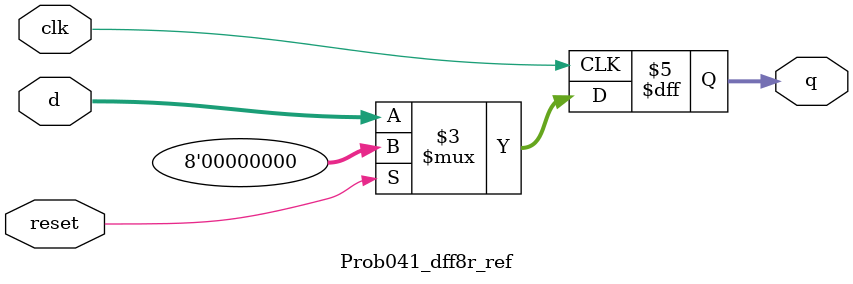
<source format=sv>

module Prob041_dff8r_ref (
  input clk,
  input [7:0] d,
  input reset,
  output reg [7:0] q
);

  always @(posedge clk)
    if (reset)
      q <= 0;
    else
      q <= d;

endmodule


</source>
